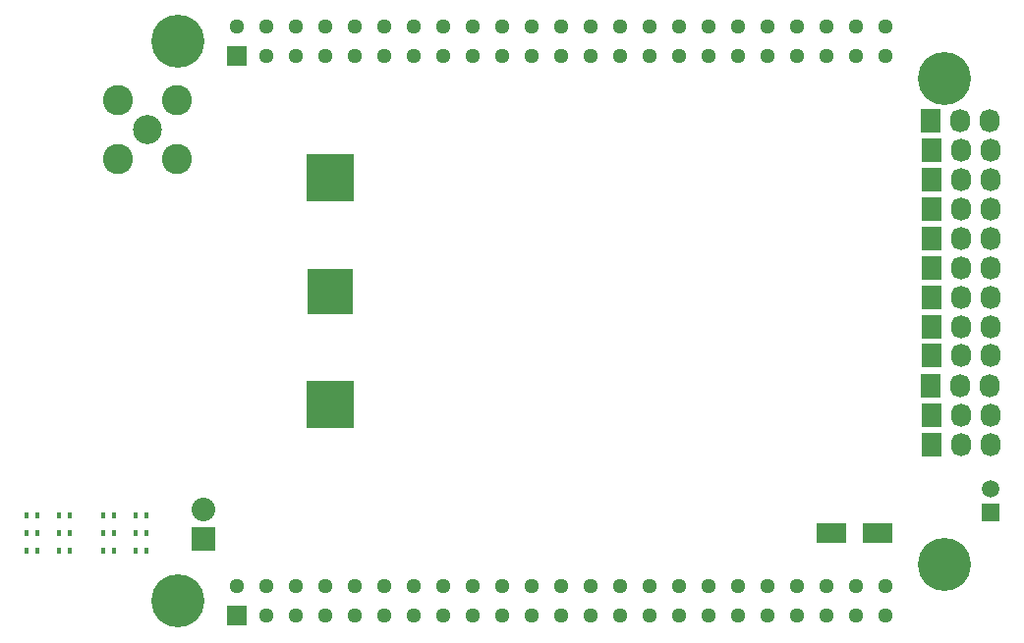
<source format=gbs>
%TF.GenerationSoftware,KiCad,Pcbnew,no-vcs-found-product*%
%TF.CreationDate,2015-07-24T02:24:40+02:00*%
%TF.JobID,robocape,726F626F636170652E6B696361645F70,rev?*%
%TF.FileFunction,Soldermask,Bot*%
%FSLAX46Y46*%
G04 Gerber Fmt 4.6, Leading zero omitted, Abs format (unit mm)*
G04 Created by KiCad (PCBNEW no-vcs-found-product) date Fre 24 Jul 2015 02:24:40 CEST*
%MOMM*%
G01*
G04 APERTURE LIST*
%ADD10C,0.100000*%
%ADD11R,4.170000X4.170000*%
%ADD12R,3.960000X3.960000*%
%ADD13R,1.727200X2.032000*%
%ADD14O,1.727200X2.032000*%
%ADD15R,1.500000X1.500000*%
%ADD16C,1.500000*%
%ADD17R,2.499360X1.800860*%
%ADD18C,2.500000*%
%ADD19C,2.600000*%
%ADD20R,2.032000X2.032000*%
%ADD21O,2.032000X2.032000*%
%ADD22R,0.400000X0.600000*%
%ADD23C,4.572000*%
%ADD24R,1.651000X1.651000*%
%ADD25C,1.300480*%
G04 APERTURE END LIST*
D10*
D11*
X101346000Y-73016000D03*
X101346000Y-53476000D03*
D12*
X101346000Y-63246000D03*
D13*
X153162000Y-76454000D03*
D14*
X155702000Y-76454000D03*
X158242000Y-76454000D03*
D13*
X153162000Y-73900000D03*
D14*
X155702000Y-73900000D03*
X158242000Y-73900000D03*
D13*
X153160000Y-71374000D03*
D14*
X155700000Y-71374000D03*
X158240000Y-71374000D03*
D13*
X153162000Y-68800000D03*
D14*
X155702000Y-68800000D03*
X158242000Y-68800000D03*
D13*
X153162000Y-66294000D03*
D14*
X155702000Y-66294000D03*
X158242000Y-66294000D03*
D13*
X153162000Y-63754000D03*
D14*
X155702000Y-63754000D03*
X158242000Y-63754000D03*
D13*
X153162000Y-61200000D03*
D14*
X155702000Y-61200000D03*
X158242000Y-61200000D03*
D13*
X153162000Y-58674000D03*
D14*
X155702000Y-58674000D03*
X158242000Y-58674000D03*
D13*
X153162000Y-56134000D03*
D14*
X155702000Y-56134000D03*
X158242000Y-56134000D03*
D13*
X153162000Y-53594000D03*
D14*
X155702000Y-53594000D03*
X158242000Y-53594000D03*
D13*
X153162000Y-51054000D03*
D14*
X155702000Y-51054000D03*
X158242000Y-51054000D03*
D13*
X153120000Y-48514000D03*
D14*
X155660000Y-48514000D03*
X158200000Y-48514000D03*
D15*
X158242000Y-82280000D03*
D16*
X158242000Y-80280000D03*
D17*
X148556980Y-84074000D03*
X144559020Y-84074000D03*
D18*
X85598000Y-49276000D03*
D19*
X83058000Y-46736000D03*
X83058000Y-51816000D03*
X88138000Y-51816000D03*
X88138000Y-46736000D03*
D20*
X90424000Y-84582000D03*
D21*
X90424000Y-82042000D03*
D22*
X75242000Y-82550000D03*
X76142000Y-82550000D03*
X78036000Y-82550000D03*
X78936000Y-82550000D03*
X75242000Y-84074000D03*
X76142000Y-84074000D03*
X78036000Y-84074000D03*
X78936000Y-84074000D03*
X75242000Y-85598000D03*
X76142000Y-85598000D03*
X78036000Y-85598000D03*
X78936000Y-85598000D03*
X81846000Y-82550000D03*
X82746000Y-82550000D03*
X84640000Y-82550000D03*
X85540000Y-82550000D03*
X81846000Y-84074000D03*
X82746000Y-84074000D03*
X84640000Y-84074000D03*
X85540000Y-84074000D03*
X81846000Y-85598000D03*
X82746000Y-85598000D03*
X84640000Y-85598000D03*
X85540000Y-85598000D03*
D23*
X154340000Y-86785000D03*
X88300000Y-89960000D03*
X88300000Y-41700000D03*
X154340000Y-44875000D03*
D24*
X93380000Y-91230000D03*
D25*
X93380000Y-88690000D03*
X95920000Y-91230000D03*
X95920000Y-88690000D03*
X98460000Y-91230000D03*
X98460000Y-88690000D03*
X101000000Y-91230000D03*
X101000000Y-88690000D03*
X103540000Y-91230000D03*
X103540000Y-88690000D03*
X106080000Y-91230000D03*
X106080000Y-88690000D03*
X108620000Y-91230000D03*
X108620000Y-88690000D03*
X111160000Y-91230000D03*
X111160000Y-88690000D03*
X113700000Y-91230000D03*
X113700000Y-88690000D03*
X116240000Y-91230000D03*
X116240000Y-88690000D03*
X118780000Y-91230000D03*
X118780000Y-88690000D03*
X121320000Y-91230000D03*
X121320000Y-88690000D03*
X123860000Y-91230000D03*
X123860000Y-88690000D03*
X126400000Y-91230000D03*
X126400000Y-88690000D03*
X128940000Y-91230000D03*
X128940000Y-88690000D03*
X131480000Y-91230000D03*
X131480000Y-88690000D03*
X134020000Y-91230000D03*
X134020000Y-88690000D03*
X136560000Y-91230000D03*
X136560000Y-88690000D03*
X139100000Y-91230000D03*
X139100000Y-88690000D03*
X141640000Y-91230000D03*
X141640000Y-88690000D03*
X144180000Y-91230000D03*
X144180000Y-88690000D03*
X146720000Y-91230000D03*
X146720000Y-88690000D03*
X149260000Y-91230000D03*
X149260000Y-88690000D03*
D24*
X93380000Y-42970000D03*
D25*
X93380000Y-40430000D03*
X95920000Y-42970000D03*
X95920000Y-40430000D03*
X98460000Y-42970000D03*
X98460000Y-40430000D03*
X101000000Y-42970000D03*
X101000000Y-40430000D03*
X103540000Y-42970000D03*
X103540000Y-40430000D03*
X106080000Y-42970000D03*
X106080000Y-40430000D03*
X108620000Y-42970000D03*
X108620000Y-40430000D03*
X111160000Y-42970000D03*
X111160000Y-40430000D03*
X113700000Y-42970000D03*
X113700000Y-40430000D03*
X116240000Y-42970000D03*
X116240000Y-40430000D03*
X118780000Y-42970000D03*
X118780000Y-40430000D03*
X121320000Y-42970000D03*
X121320000Y-40430000D03*
X123860000Y-42970000D03*
X123860000Y-40430000D03*
X126400000Y-42970000D03*
X126400000Y-40430000D03*
X128940000Y-42970000D03*
X128940000Y-40430000D03*
X131480000Y-42970000D03*
X131480000Y-40430000D03*
X134020000Y-42970000D03*
X134020000Y-40430000D03*
X136560000Y-42970000D03*
X136560000Y-40430000D03*
X139100000Y-42970000D03*
X139100000Y-40430000D03*
X141640000Y-42970000D03*
X141640000Y-40430000D03*
X144180000Y-42970000D03*
X144180000Y-40430000D03*
X146720000Y-42970000D03*
X146720000Y-40430000D03*
X149260000Y-42970000D03*
X149260000Y-40430000D03*
M02*

</source>
